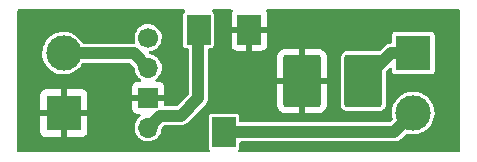
<source format=gbl>
G04 #@! TF.GenerationSoftware,KiCad,Pcbnew,(6.0.6)*
G04 #@! TF.CreationDate,2022-08-25T08:17:03+02:00*
G04 #@! TF.ProjectId,Stepdown led board,53746570-646f-4776-9e20-6c656420626f,rev?*
G04 #@! TF.SameCoordinates,Original*
G04 #@! TF.FileFunction,Copper,L2,Bot*
G04 #@! TF.FilePolarity,Positive*
%FSLAX46Y46*%
G04 Gerber Fmt 4.6, Leading zero omitted, Abs format (unit mm)*
G04 Created by KiCad (PCBNEW (6.0.6)) date 2022-08-25 08:17:03*
%MOMM*%
%LPD*%
G01*
G04 APERTURE LIST*
G04 Aperture macros list*
%AMRoundRect*
0 Rectangle with rounded corners*
0 $1 Rounding radius*
0 $2 $3 $4 $5 $6 $7 $8 $9 X,Y pos of 4 corners*
0 Add a 4 corners polygon primitive as box body*
4,1,4,$2,$3,$4,$5,$6,$7,$8,$9,$2,$3,0*
0 Add four circle primitives for the rounded corners*
1,1,$1+$1,$2,$3*
1,1,$1+$1,$4,$5*
1,1,$1+$1,$6,$7*
1,1,$1+$1,$8,$9*
0 Add four rect primitives between the rounded corners*
20,1,$1+$1,$2,$3,$4,$5,0*
20,1,$1+$1,$4,$5,$6,$7,0*
20,1,$1+$1,$6,$7,$8,$9,0*
20,1,$1+$1,$8,$9,$2,$3,0*%
G04 Aperture macros list end*
G04 #@! TA.AperFunction,ComponentPad*
%ADD10C,1.700000*%
G04 #@! TD*
G04 #@! TA.AperFunction,ComponentPad*
%ADD11O,1.700000X1.700000*%
G04 #@! TD*
G04 #@! TA.AperFunction,ComponentPad*
%ADD12R,1.700000X1.700000*%
G04 #@! TD*
G04 #@! TA.AperFunction,ComponentPad*
%ADD13R,3.000000X3.000000*%
G04 #@! TD*
G04 #@! TA.AperFunction,ComponentPad*
%ADD14C,3.000000*%
G04 #@! TD*
G04 #@! TA.AperFunction,SMDPad,CuDef*
%ADD15R,2.000000X2.500000*%
G04 #@! TD*
G04 #@! TA.AperFunction,SMDPad,CuDef*
%ADD16RoundRect,0.250000X1.350000X1.975000X-1.350000X1.975000X-1.350000X-1.975000X1.350000X-1.975000X0*%
G04 #@! TD*
G04 #@! TA.AperFunction,Conductor*
%ADD17C,1.000000*%
G04 #@! TD*
G04 APERTURE END LIST*
D10*
X31703356Y-25558197D03*
D11*
X31703356Y-28098197D03*
D12*
X31703356Y-30638197D03*
D11*
X31703356Y-33178197D03*
D13*
X54145624Y-26861402D03*
D14*
X54145624Y-31941402D03*
D13*
X24541828Y-31950743D03*
D14*
X24541828Y-26870743D03*
D15*
X40268980Y-24893261D03*
X38118980Y-33543261D03*
X35968980Y-24893261D03*
D16*
X49917256Y-29232905D03*
X44717256Y-29232905D03*
D17*
X30475902Y-26870743D02*
X31703356Y-28098197D01*
X24541828Y-26870743D02*
X30475902Y-26870743D01*
X38118980Y-33543261D02*
X52543765Y-33543261D01*
X52543765Y-33543261D02*
X54145624Y-31941402D01*
X35950000Y-30677938D02*
X35950000Y-25080335D01*
X32711606Y-32169947D02*
X34457991Y-32169947D01*
X34457991Y-32169947D02*
X35950000Y-30677938D01*
X31703356Y-33178197D02*
X32711606Y-32169947D01*
X49917256Y-29232905D02*
X52288759Y-26861402D01*
X52288759Y-26861402D02*
X54145624Y-26861402D01*
G04 #@! TA.AperFunction,Conductor*
G36*
X34797771Y-23180502D02*
G01*
X34844264Y-23234158D01*
X34854368Y-23304432D01*
X34824874Y-23369012D01*
X34803957Y-23387711D01*
X34795827Y-23391322D01*
X34716739Y-23470548D01*
X34671474Y-23572934D01*
X34668480Y-23598615D01*
X34668480Y-26187907D01*
X34671598Y-26214107D01*
X34675436Y-26222747D01*
X34675436Y-26222748D01*
X34691761Y-26259500D01*
X34717041Y-26316414D01*
X34796267Y-26395502D01*
X34806904Y-26400205D01*
X34806906Y-26400206D01*
X34866442Y-26426526D01*
X34898653Y-26440767D01*
X34924334Y-26443761D01*
X35023500Y-26443761D01*
X35091621Y-26463763D01*
X35138114Y-26517419D01*
X35149500Y-26569761D01*
X35149500Y-30294170D01*
X35129498Y-30362291D01*
X35112595Y-30383265D01*
X34163318Y-31332542D01*
X34101006Y-31366568D01*
X34074223Y-31369447D01*
X33187356Y-31369447D01*
X33119235Y-31349445D01*
X33072742Y-31295789D01*
X33061356Y-31243447D01*
X33061356Y-30910312D01*
X33056881Y-30895073D01*
X33055491Y-30893868D01*
X33047808Y-30892197D01*
X30363472Y-30892197D01*
X30348233Y-30896672D01*
X30347028Y-30898062D01*
X30345357Y-30905745D01*
X30345357Y-31532866D01*
X30345727Y-31539687D01*
X30351251Y-31590549D01*
X30354877Y-31605801D01*
X30400032Y-31726251D01*
X30408570Y-31741846D01*
X30485071Y-31843921D01*
X30497632Y-31856482D01*
X30599707Y-31932983D01*
X30615302Y-31941521D01*
X30735750Y-31986675D01*
X30751005Y-31990302D01*
X30801870Y-31995828D01*
X30808684Y-31996197D01*
X30981561Y-31996197D01*
X31049682Y-32016199D01*
X31096175Y-32069855D01*
X31106279Y-32140129D01*
X31076785Y-32204709D01*
X31045984Y-32230482D01*
X31024212Y-32243435D01*
X30865237Y-32382852D01*
X30734332Y-32548905D01*
X30731643Y-32554016D01*
X30731641Y-32554019D01*
X30729054Y-32558936D01*
X30635879Y-32736033D01*
X30573176Y-32937970D01*
X30548323Y-33147951D01*
X30562152Y-33358946D01*
X30563573Y-33364542D01*
X30563574Y-33364547D01*
X30586140Y-33453397D01*
X30614201Y-33563887D01*
X30616618Y-33569130D01*
X30671785Y-33688797D01*
X30702725Y-33755911D01*
X30824761Y-33928588D01*
X30841809Y-33945195D01*
X30947373Y-34048031D01*
X30976221Y-34076134D01*
X30981017Y-34079339D01*
X30981020Y-34079341D01*
X31080489Y-34145804D01*
X31152033Y-34193608D01*
X31157341Y-34195889D01*
X31157342Y-34195889D01*
X31341006Y-34274797D01*
X31341009Y-34274798D01*
X31346309Y-34277075D01*
X31351938Y-34278349D01*
X31351939Y-34278349D01*
X31546906Y-34322466D01*
X31546909Y-34322466D01*
X31552542Y-34323741D01*
X31558313Y-34323968D01*
X31558315Y-34323968D01*
X31620345Y-34326405D01*
X31763826Y-34332043D01*
X31769535Y-34331215D01*
X31769539Y-34331215D01*
X31967371Y-34302530D01*
X31967375Y-34302529D01*
X31973086Y-34301701D01*
X32078223Y-34266012D01*
X32167839Y-34235592D01*
X32167844Y-34235590D01*
X32173311Y-34233734D01*
X32178354Y-34230910D01*
X32352751Y-34133243D01*
X32352755Y-34133240D01*
X32357798Y-34130416D01*
X32520368Y-33995209D01*
X32655575Y-33832639D01*
X32658399Y-33827596D01*
X32658402Y-33827592D01*
X32756069Y-33653195D01*
X32756070Y-33653193D01*
X32758893Y-33648152D01*
X32760749Y-33642685D01*
X32760751Y-33642680D01*
X32825003Y-33453397D01*
X32826860Y-33447927D01*
X32857202Y-33238667D01*
X32858097Y-33204469D01*
X32879875Y-33136896D01*
X32894959Y-33118672D01*
X33006279Y-33007352D01*
X33068591Y-32973326D01*
X33095374Y-32970447D01*
X34448908Y-32970447D01*
X34450229Y-32970454D01*
X34539398Y-32971388D01*
X34581287Y-32962331D01*
X34593861Y-32960272D01*
X34608468Y-32958633D01*
X34629467Y-32956278D01*
X34629469Y-32956277D01*
X34636463Y-32955493D01*
X34667750Y-32944597D01*
X34682555Y-32940436D01*
X34708052Y-32934924D01*
X34708055Y-32934923D01*
X34714933Y-32933436D01*
X34753790Y-32915317D01*
X34765573Y-32910533D01*
X34806064Y-32896432D01*
X34834158Y-32878877D01*
X34847673Y-32871539D01*
X34877698Y-32857538D01*
X34911558Y-32831273D01*
X34922015Y-32823978D01*
X34952391Y-32804997D01*
X34952394Y-32804995D01*
X34958366Y-32801263D01*
X34986884Y-32772944D01*
X34987506Y-32772362D01*
X34988168Y-32771848D01*
X35014028Y-32745988D01*
X35085798Y-32674717D01*
X35086450Y-32673690D01*
X35087534Y-32672482D01*
X36505016Y-31255000D01*
X42609257Y-31255000D01*
X42609594Y-31261519D01*
X42619513Y-31357111D01*
X42622405Y-31370505D01*
X42673844Y-31524689D01*
X42680017Y-31537867D01*
X42765319Y-31675712D01*
X42774355Y-31687113D01*
X42889085Y-31801644D01*
X42900496Y-31810656D01*
X43038499Y-31895721D01*
X43051680Y-31901868D01*
X43205966Y-31953043D01*
X43219342Y-31955910D01*
X43313694Y-31965577D01*
X43320110Y-31965905D01*
X44445141Y-31965905D01*
X44460380Y-31961430D01*
X44461585Y-31960040D01*
X44463256Y-31952357D01*
X44463256Y-31947789D01*
X44971256Y-31947789D01*
X44975731Y-31963028D01*
X44977121Y-31964233D01*
X44984804Y-31965904D01*
X46114351Y-31965904D01*
X46120870Y-31965567D01*
X46216462Y-31955648D01*
X46229856Y-31952756D01*
X46384040Y-31901317D01*
X46397218Y-31895144D01*
X46535063Y-31809842D01*
X46546464Y-31800806D01*
X46660995Y-31686076D01*
X46670007Y-31674665D01*
X46755072Y-31536662D01*
X46761219Y-31523481D01*
X46812394Y-31369195D01*
X46815261Y-31355819D01*
X46824928Y-31261467D01*
X46825256Y-31255051D01*
X46825256Y-31250677D01*
X48016756Y-31250677D01*
X48027620Y-31340452D01*
X48030600Y-31347980D01*
X48030601Y-31347982D01*
X48050337Y-31397830D01*
X48083143Y-31480688D01*
X48174334Y-31600827D01*
X48294473Y-31692018D01*
X48358088Y-31717205D01*
X48427179Y-31744560D01*
X48427181Y-31744561D01*
X48434709Y-31747541D01*
X48524484Y-31758405D01*
X51310028Y-31758405D01*
X51399803Y-31747541D01*
X51407331Y-31744561D01*
X51407333Y-31744560D01*
X51476424Y-31717205D01*
X51540039Y-31692018D01*
X51660178Y-31600827D01*
X51751369Y-31480688D01*
X51784175Y-31397830D01*
X51803911Y-31347982D01*
X51803912Y-31347980D01*
X51806892Y-31340452D01*
X51817756Y-31250677D01*
X51817756Y-28516673D01*
X51837758Y-28448552D01*
X51854661Y-28427578D01*
X52130029Y-28152210D01*
X52192341Y-28118184D01*
X52263156Y-28123249D01*
X52319992Y-28165796D01*
X52344803Y-28232316D01*
X52345124Y-28241305D01*
X52345124Y-28406048D01*
X52348242Y-28432248D01*
X52393685Y-28534555D01*
X52472911Y-28613643D01*
X52483548Y-28618346D01*
X52483550Y-28618347D01*
X52543086Y-28644667D01*
X52575297Y-28658908D01*
X52600978Y-28661902D01*
X55690270Y-28661902D01*
X55693974Y-28661461D01*
X55693977Y-28661461D01*
X55701370Y-28660581D01*
X55716470Y-28658784D01*
X55743973Y-28646568D01*
X55808142Y-28618065D01*
X55818777Y-28613341D01*
X55897865Y-28534115D01*
X55905577Y-28516673D01*
X55928889Y-28463940D01*
X55943130Y-28431729D01*
X55946124Y-28406048D01*
X55946124Y-25316756D01*
X55945673Y-25312962D01*
X55944123Y-25299943D01*
X55943006Y-25290556D01*
X55897563Y-25188249D01*
X55859385Y-25150137D01*
X55848174Y-25138946D01*
X55818337Y-25109161D01*
X55807700Y-25104458D01*
X55807698Y-25104457D01*
X55736127Y-25072816D01*
X55715951Y-25063896D01*
X55690270Y-25060902D01*
X52600978Y-25060902D01*
X52597274Y-25061343D01*
X52597271Y-25061343D01*
X52589878Y-25062223D01*
X52574778Y-25064020D01*
X52566138Y-25067858D01*
X52566137Y-25067858D01*
X52483106Y-25104739D01*
X52472471Y-25109463D01*
X52393383Y-25188689D01*
X52348118Y-25291075D01*
X52345124Y-25316756D01*
X52345124Y-25934077D01*
X52325122Y-26002198D01*
X52271466Y-26048691D01*
X52221401Y-26059309D01*
X52221402Y-26059323D01*
X52221268Y-26059337D01*
X52217810Y-26060070D01*
X52214397Y-26060034D01*
X52214390Y-26060035D01*
X52207352Y-26059961D01*
X52200470Y-26061449D01*
X52200469Y-26061449D01*
X52165457Y-26069018D01*
X52152879Y-26071078D01*
X52117281Y-26075071D01*
X52117277Y-26075072D01*
X52110287Y-26075856D01*
X52103638Y-26078171D01*
X52103635Y-26078172D01*
X52079006Y-26086748D01*
X52064199Y-26090910D01*
X52031817Y-26097912D01*
X51992965Y-26116029D01*
X51981165Y-26120821D01*
X51940686Y-26134917D01*
X51919918Y-26147895D01*
X51912597Y-26152469D01*
X51899077Y-26159810D01*
X51869052Y-26173811D01*
X51835183Y-26200083D01*
X51824740Y-26207368D01*
X51788384Y-26230086D01*
X51783387Y-26235048D01*
X51783386Y-26235049D01*
X51759867Y-26258404D01*
X51759245Y-26258986D01*
X51758583Y-26259500D01*
X51732722Y-26285361D01*
X51660952Y-26356632D01*
X51660300Y-26357659D01*
X51659216Y-26358867D01*
X51347583Y-26670500D01*
X51285271Y-26704526D01*
X51258488Y-26707405D01*
X48524484Y-26707405D01*
X48434709Y-26718269D01*
X48427181Y-26721249D01*
X48427179Y-26721250D01*
X48412904Y-26726902D01*
X48294473Y-26773792D01*
X48174334Y-26864983D01*
X48083143Y-26985122D01*
X48079981Y-26993109D01*
X48034216Y-27108699D01*
X48027620Y-27125358D01*
X48016756Y-27215133D01*
X48016756Y-31250677D01*
X46825256Y-31250677D01*
X46825256Y-29505020D01*
X46820781Y-29489781D01*
X46819391Y-29488576D01*
X46811708Y-29486905D01*
X44989371Y-29486905D01*
X44974132Y-29491380D01*
X44972927Y-29492770D01*
X44971256Y-29500453D01*
X44971256Y-31947789D01*
X44463256Y-31947789D01*
X44463256Y-29505020D01*
X44458781Y-29489781D01*
X44457391Y-29488576D01*
X44449708Y-29486905D01*
X42627372Y-29486905D01*
X42612133Y-29491380D01*
X42610928Y-29492770D01*
X42609257Y-29500453D01*
X42609257Y-31255000D01*
X36505016Y-31255000D01*
X36509559Y-31250457D01*
X36510497Y-31249528D01*
X36516707Y-31243447D01*
X36574268Y-31187079D01*
X36597498Y-31151034D01*
X36604917Y-31140709D01*
X36631663Y-31107204D01*
X36634728Y-31100864D01*
X36646079Y-31077385D01*
X36653605Y-31063974D01*
X36667737Y-31042045D01*
X36667739Y-31042040D01*
X36671554Y-31036121D01*
X36686216Y-30995839D01*
X36691170Y-30984109D01*
X36709827Y-30945516D01*
X36713852Y-30928084D01*
X36717279Y-30913238D01*
X36721646Y-30898494D01*
X36732978Y-30867360D01*
X36738352Y-30824818D01*
X36740582Y-30812302D01*
X36750226Y-30770528D01*
X36750367Y-30730356D01*
X36750396Y-30729483D01*
X36750500Y-30728655D01*
X36750500Y-30692047D01*
X36750853Y-30590938D01*
X36750587Y-30589750D01*
X36750500Y-30588138D01*
X36750500Y-28960790D01*
X42609256Y-28960790D01*
X42613731Y-28976029D01*
X42615121Y-28977234D01*
X42622804Y-28978905D01*
X44445141Y-28978905D01*
X44460380Y-28974430D01*
X44461585Y-28973040D01*
X44463256Y-28965357D01*
X44463256Y-28960790D01*
X44971256Y-28960790D01*
X44975731Y-28976029D01*
X44977121Y-28977234D01*
X44984804Y-28978905D01*
X46807140Y-28978905D01*
X46822379Y-28974430D01*
X46823584Y-28973040D01*
X46825255Y-28965357D01*
X46825255Y-27210810D01*
X46824918Y-27204291D01*
X46814999Y-27108699D01*
X46812107Y-27095305D01*
X46760668Y-26941121D01*
X46754495Y-26927943D01*
X46669193Y-26790098D01*
X46660157Y-26778697D01*
X46545427Y-26664166D01*
X46534016Y-26655154D01*
X46396013Y-26570089D01*
X46382832Y-26563942D01*
X46228546Y-26512767D01*
X46215170Y-26509900D01*
X46120818Y-26500233D01*
X46114401Y-26499905D01*
X44989371Y-26499905D01*
X44974132Y-26504380D01*
X44972927Y-26505770D01*
X44971256Y-26513453D01*
X44971256Y-28960790D01*
X44463256Y-28960790D01*
X44463256Y-26518021D01*
X44458781Y-26502782D01*
X44457391Y-26501577D01*
X44449708Y-26499906D01*
X43320161Y-26499906D01*
X43313642Y-26500243D01*
X43218050Y-26510162D01*
X43204656Y-26513054D01*
X43050472Y-26564493D01*
X43037294Y-26570666D01*
X42899449Y-26655968D01*
X42888048Y-26665004D01*
X42773517Y-26779734D01*
X42764505Y-26791145D01*
X42679440Y-26929148D01*
X42673293Y-26942329D01*
X42622118Y-27096615D01*
X42619251Y-27109989D01*
X42609584Y-27204343D01*
X42609256Y-27210760D01*
X42609256Y-28960790D01*
X36750500Y-28960790D01*
X36750500Y-26569761D01*
X36770502Y-26501640D01*
X36824158Y-26455147D01*
X36876500Y-26443761D01*
X37013626Y-26443761D01*
X37017330Y-26443320D01*
X37017333Y-26443320D01*
X37024726Y-26442440D01*
X37039826Y-26440643D01*
X37142133Y-26395200D01*
X37166520Y-26370771D01*
X37213003Y-26324206D01*
X37221221Y-26315974D01*
X37231149Y-26293519D01*
X37262655Y-26222253D01*
X37266486Y-26213588D01*
X37269477Y-26187930D01*
X38760981Y-26187930D01*
X38761351Y-26194751D01*
X38766875Y-26245613D01*
X38770501Y-26260865D01*
X38815656Y-26381315D01*
X38824194Y-26396910D01*
X38900695Y-26498985D01*
X38913256Y-26511546D01*
X39015331Y-26588047D01*
X39030926Y-26596585D01*
X39151374Y-26641739D01*
X39166629Y-26645366D01*
X39217494Y-26650892D01*
X39224308Y-26651261D01*
X39996865Y-26651261D01*
X40012104Y-26646786D01*
X40013309Y-26645396D01*
X40014980Y-26637713D01*
X40014980Y-26633145D01*
X40522980Y-26633145D01*
X40527455Y-26648384D01*
X40528845Y-26649589D01*
X40536528Y-26651260D01*
X41313649Y-26651260D01*
X41320470Y-26650890D01*
X41371332Y-26645366D01*
X41386584Y-26641740D01*
X41507034Y-26596585D01*
X41522629Y-26588047D01*
X41624704Y-26511546D01*
X41637265Y-26498985D01*
X41713766Y-26396910D01*
X41722304Y-26381315D01*
X41767458Y-26260867D01*
X41771085Y-26245612D01*
X41776611Y-26194747D01*
X41776980Y-26187933D01*
X41776980Y-25165376D01*
X41772505Y-25150137D01*
X41771115Y-25148932D01*
X41763432Y-25147261D01*
X40541095Y-25147261D01*
X40525856Y-25151736D01*
X40524651Y-25153126D01*
X40522980Y-25160809D01*
X40522980Y-26633145D01*
X40014980Y-26633145D01*
X40014980Y-25165376D01*
X40010505Y-25150137D01*
X40009115Y-25148932D01*
X40001432Y-25147261D01*
X38779096Y-25147261D01*
X38763857Y-25151736D01*
X38762652Y-25153126D01*
X38760981Y-25160809D01*
X38760981Y-26187930D01*
X37269477Y-26187930D01*
X37269480Y-26187907D01*
X37269480Y-23598615D01*
X37266362Y-23572415D01*
X37220919Y-23470108D01*
X37155905Y-23405207D01*
X37149927Y-23399239D01*
X37149925Y-23399238D01*
X37141693Y-23391020D01*
X37135233Y-23388164D01*
X37092205Y-23335475D01*
X37084156Y-23264936D01*
X37115521Y-23201244D01*
X37176342Y-23164619D01*
X37208297Y-23160500D01*
X38744014Y-23160500D01*
X38812135Y-23180502D01*
X38858628Y-23234158D01*
X38868732Y-23304432D01*
X38844840Y-23362066D01*
X38824192Y-23389617D01*
X38815656Y-23405207D01*
X38770502Y-23525655D01*
X38766875Y-23540910D01*
X38761349Y-23591775D01*
X38760980Y-23598589D01*
X38760980Y-24621146D01*
X38765455Y-24636385D01*
X38766845Y-24637590D01*
X38774528Y-24639261D01*
X41758864Y-24639261D01*
X41774103Y-24634786D01*
X41775308Y-24633396D01*
X41776979Y-24625713D01*
X41776979Y-23598592D01*
X41776609Y-23591771D01*
X41771085Y-23540909D01*
X41767459Y-23525657D01*
X41722304Y-23405207D01*
X41713768Y-23389617D01*
X41693120Y-23362066D01*
X41668272Y-23295559D01*
X41683325Y-23226177D01*
X41733499Y-23175946D01*
X41793946Y-23160500D01*
X57993500Y-23160500D01*
X58061621Y-23180502D01*
X58108114Y-23234158D01*
X58119500Y-23286500D01*
X58119500Y-35133500D01*
X58099498Y-35201621D01*
X58045842Y-35248114D01*
X57993500Y-35259500D01*
X39382023Y-35259500D01*
X39313902Y-35239498D01*
X39267409Y-35185842D01*
X39257305Y-35115568D01*
X39286799Y-35050988D01*
X39292850Y-35044482D01*
X39363003Y-34974206D01*
X39371221Y-34965974D01*
X39416486Y-34863588D01*
X39419480Y-34837907D01*
X39419480Y-34469761D01*
X39439482Y-34401640D01*
X39493138Y-34355147D01*
X39545480Y-34343761D01*
X52534682Y-34343761D01*
X52536003Y-34343768D01*
X52625172Y-34344702D01*
X52667061Y-34335645D01*
X52679635Y-34333586D01*
X52694242Y-34331947D01*
X52715241Y-34329592D01*
X52715243Y-34329591D01*
X52722237Y-34328807D01*
X52753524Y-34317911D01*
X52768329Y-34313750D01*
X52793826Y-34308238D01*
X52793829Y-34308237D01*
X52800707Y-34306750D01*
X52839564Y-34288631D01*
X52851347Y-34283847D01*
X52891838Y-34269746D01*
X52919932Y-34252191D01*
X52933447Y-34244853D01*
X52963472Y-34230852D01*
X52997332Y-34204587D01*
X53007789Y-34197292D01*
X53038165Y-34178311D01*
X53038168Y-34178309D01*
X53044140Y-34174577D01*
X53072658Y-34146258D01*
X53073280Y-34145676D01*
X53073942Y-34145162D01*
X53099802Y-34119302D01*
X53171572Y-34048031D01*
X53172224Y-34047004D01*
X53173308Y-34045796D01*
X53515169Y-33703935D01*
X53577481Y-33669909D01*
X53645803Y-33674075D01*
X53678314Y-33685428D01*
X53941230Y-33735345D01*
X54068240Y-33740335D01*
X54203969Y-33745668D01*
X54203974Y-33745668D01*
X54208637Y-33745851D01*
X54304567Y-33735345D01*
X54470006Y-33717227D01*
X54470011Y-33717226D01*
X54474659Y-33716717D01*
X54521473Y-33704392D01*
X54728933Y-33649772D01*
X54733453Y-33648582D01*
X54920202Y-33568349D01*
X54975031Y-33544793D01*
X54975034Y-33544791D01*
X54979334Y-33542944D01*
X54983314Y-33540481D01*
X54983318Y-33540479D01*
X55202926Y-33404581D01*
X55202930Y-33404578D01*
X55206899Y-33402122D01*
X55411150Y-33229211D01*
X55477357Y-33153717D01*
X55584518Y-33031524D01*
X55584522Y-33031519D01*
X55587600Y-33028009D01*
X55624020Y-32971388D01*
X55729843Y-32806867D01*
X55729846Y-32806862D01*
X55732371Y-32802936D01*
X55842285Y-32558936D01*
X55854364Y-32516106D01*
X55913656Y-32305875D01*
X55913657Y-32305872D01*
X55914926Y-32301371D01*
X55921172Y-32252278D01*
X55948301Y-32039027D01*
X55948301Y-32039023D01*
X55948699Y-32035897D01*
X55948950Y-32026330D01*
X55950531Y-31965905D01*
X55951173Y-31941402D01*
X55948008Y-31898810D01*
X55931688Y-31679190D01*
X55931687Y-31679186D01*
X55931341Y-31674525D01*
X55920785Y-31627872D01*
X55897163Y-31523481D01*
X55872279Y-31413511D01*
X55853095Y-31364178D01*
X55776979Y-31168446D01*
X55776978Y-31168444D01*
X55775286Y-31164093D01*
X55761914Y-31140696D01*
X55679123Y-30995843D01*
X55642492Y-30931752D01*
X55476814Y-30721591D01*
X55281893Y-30538227D01*
X55062009Y-30385688D01*
X55057096Y-30383265D01*
X54826183Y-30269391D01*
X54826180Y-30269390D01*
X54821995Y-30267326D01*
X54567121Y-30185740D01*
X54421758Y-30162067D01*
X54307600Y-30143475D01*
X54307599Y-30143475D01*
X54302988Y-30142724D01*
X54169193Y-30140972D01*
X54040075Y-30139282D01*
X54040072Y-30139282D01*
X54035398Y-30139221D01*
X53770229Y-30175309D01*
X53765742Y-30176617D01*
X53765741Y-30176617D01*
X53734441Y-30185740D01*
X53513307Y-30250194D01*
X53509054Y-30252154D01*
X53509053Y-30252155D01*
X53457136Y-30276089D01*
X53270276Y-30362233D01*
X53234501Y-30385688D01*
X53050388Y-30506398D01*
X53050383Y-30506402D01*
X53046475Y-30508964D01*
X52846821Y-30687162D01*
X52675699Y-30892914D01*
X52673276Y-30896907D01*
X52542328Y-31112703D01*
X52536868Y-31121700D01*
X52535061Y-31126008D01*
X52535061Y-31126009D01*
X52438152Y-31357111D01*
X52433379Y-31368493D01*
X52432228Y-31373025D01*
X52432227Y-31373028D01*
X52373110Y-31605801D01*
X52367505Y-31627872D01*
X52340694Y-31894138D01*
X52340918Y-31898805D01*
X52340918Y-31898810D01*
X52342813Y-31938252D01*
X52353533Y-32161443D01*
X52405742Y-32423914D01*
X52407320Y-32428309D01*
X52411848Y-32440921D01*
X52416042Y-32511794D01*
X52382355Y-32572593D01*
X52249092Y-32705856D01*
X52186780Y-32739882D01*
X52159997Y-32742761D01*
X39545480Y-32742761D01*
X39477359Y-32722759D01*
X39430866Y-32669103D01*
X39419480Y-32616761D01*
X39419480Y-32248615D01*
X39416362Y-32222415D01*
X39408513Y-32204743D01*
X39375643Y-32130743D01*
X39370919Y-32120108D01*
X39291693Y-32041020D01*
X39281056Y-32036317D01*
X39281054Y-32036316D01*
X39221518Y-32009996D01*
X39189307Y-31995755D01*
X39163626Y-31992761D01*
X37074334Y-31992761D01*
X37070630Y-31993202D01*
X37070627Y-31993202D01*
X37063234Y-31994082D01*
X37048134Y-31995879D01*
X36945827Y-32041322D01*
X36866739Y-32120548D01*
X36862036Y-32131185D01*
X36862035Y-32131187D01*
X36858082Y-32140129D01*
X36821474Y-32222934D01*
X36818480Y-32248615D01*
X36818480Y-34837907D01*
X36821598Y-34864107D01*
X36867041Y-34966414D01*
X36875274Y-34974633D01*
X36875275Y-34974634D01*
X36945090Y-35044327D01*
X36979169Y-35106609D01*
X36974166Y-35177430D01*
X36931669Y-35234302D01*
X36865170Y-35259171D01*
X36856072Y-35259500D01*
X20746500Y-35259500D01*
X20678379Y-35239498D01*
X20631886Y-35185842D01*
X20620500Y-35133500D01*
X20620500Y-33495412D01*
X22533829Y-33495412D01*
X22534199Y-33502233D01*
X22539723Y-33553095D01*
X22543349Y-33568347D01*
X22588504Y-33688797D01*
X22597042Y-33704392D01*
X22673543Y-33806467D01*
X22686104Y-33819028D01*
X22788179Y-33895529D01*
X22803774Y-33904067D01*
X22924222Y-33949221D01*
X22939477Y-33952848D01*
X22990342Y-33958374D01*
X22997156Y-33958743D01*
X24269713Y-33958743D01*
X24284952Y-33954268D01*
X24286157Y-33952878D01*
X24287828Y-33945195D01*
X24287828Y-33940627D01*
X24795828Y-33940627D01*
X24800303Y-33955866D01*
X24801693Y-33957071D01*
X24809376Y-33958742D01*
X26086497Y-33958742D01*
X26093318Y-33958372D01*
X26144180Y-33952848D01*
X26159432Y-33949222D01*
X26279882Y-33904067D01*
X26295477Y-33895529D01*
X26397552Y-33819028D01*
X26410113Y-33806467D01*
X26486614Y-33704392D01*
X26495152Y-33688797D01*
X26540306Y-33568349D01*
X26543933Y-33553094D01*
X26549459Y-33502229D01*
X26549828Y-33495415D01*
X26549828Y-32222858D01*
X26545353Y-32207619D01*
X26543963Y-32206414D01*
X26536280Y-32204743D01*
X24813943Y-32204743D01*
X24798704Y-32209218D01*
X24797499Y-32210608D01*
X24795828Y-32218291D01*
X24795828Y-33940627D01*
X24287828Y-33940627D01*
X24287828Y-32222858D01*
X24283353Y-32207619D01*
X24281963Y-32206414D01*
X24274280Y-32204743D01*
X22551944Y-32204743D01*
X22536705Y-32209218D01*
X22535500Y-32210608D01*
X22533829Y-32218291D01*
X22533829Y-33495412D01*
X20620500Y-33495412D01*
X20620500Y-31678628D01*
X22533828Y-31678628D01*
X22538303Y-31693867D01*
X22539693Y-31695072D01*
X22547376Y-31696743D01*
X24269713Y-31696743D01*
X24284952Y-31692268D01*
X24286157Y-31690878D01*
X24287828Y-31683195D01*
X24287828Y-31678628D01*
X24795828Y-31678628D01*
X24800303Y-31693867D01*
X24801693Y-31695072D01*
X24809376Y-31696743D01*
X26531712Y-31696743D01*
X26546951Y-31692268D01*
X26548156Y-31690878D01*
X26549827Y-31683195D01*
X26549827Y-30406074D01*
X26549457Y-30399253D01*
X26543933Y-30348391D01*
X26540307Y-30333139D01*
X26495152Y-30212689D01*
X26486614Y-30197094D01*
X26410113Y-30095019D01*
X26397552Y-30082458D01*
X26295477Y-30005957D01*
X26279882Y-29997419D01*
X26159434Y-29952265D01*
X26144179Y-29948638D01*
X26093314Y-29943112D01*
X26086500Y-29942743D01*
X24813943Y-29942743D01*
X24798704Y-29947218D01*
X24797499Y-29948608D01*
X24795828Y-29956291D01*
X24795828Y-31678628D01*
X24287828Y-31678628D01*
X24287828Y-29960859D01*
X24283353Y-29945620D01*
X24281963Y-29944415D01*
X24274280Y-29942744D01*
X22997159Y-29942744D01*
X22990338Y-29943114D01*
X22939476Y-29948638D01*
X22924224Y-29952264D01*
X22803774Y-29997419D01*
X22788179Y-30005957D01*
X22686104Y-30082458D01*
X22673543Y-30095019D01*
X22597042Y-30197094D01*
X22588504Y-30212689D01*
X22543350Y-30333137D01*
X22539723Y-30348392D01*
X22534197Y-30399257D01*
X22533828Y-30406071D01*
X22533828Y-31678628D01*
X20620500Y-31678628D01*
X20620500Y-26823479D01*
X22736898Y-26823479D01*
X22737122Y-26828146D01*
X22737122Y-26828151D01*
X22742844Y-26947270D01*
X22749737Y-27090784D01*
X22801946Y-27353255D01*
X22892377Y-27605126D01*
X23019043Y-27840864D01*
X23021838Y-27844607D01*
X23021840Y-27844610D01*
X23106027Y-27957350D01*
X23179163Y-28055290D01*
X23182470Y-28058568D01*
X23182475Y-28058574D01*
X23290638Y-28165796D01*
X23369218Y-28243693D01*
X23585033Y-28401935D01*
X23589168Y-28404111D01*
X23589172Y-28404113D01*
X23718746Y-28472285D01*
X23821867Y-28526540D01*
X23826286Y-28528083D01*
X24070101Y-28613227D01*
X24070107Y-28613229D01*
X24074518Y-28614769D01*
X24079111Y-28615641D01*
X24320448Y-28661461D01*
X24337434Y-28664686D01*
X24464444Y-28669676D01*
X24600173Y-28675009D01*
X24600178Y-28675009D01*
X24604841Y-28675192D01*
X24700771Y-28664686D01*
X24866210Y-28646568D01*
X24866215Y-28646567D01*
X24870863Y-28646058D01*
X24976117Y-28618347D01*
X25125137Y-28579113D01*
X25129657Y-28577923D01*
X25336330Y-28489130D01*
X25371235Y-28474134D01*
X25371238Y-28474132D01*
X25375538Y-28472285D01*
X25379518Y-28469822D01*
X25379522Y-28469820D01*
X25599130Y-28333922D01*
X25599134Y-28333919D01*
X25603103Y-28331463D01*
X25616838Y-28319835D01*
X25803788Y-28161571D01*
X25803789Y-28161570D01*
X25807354Y-28158552D01*
X25842756Y-28118184D01*
X25980722Y-27960865D01*
X25980726Y-27960860D01*
X25983804Y-27957350D01*
X26056321Y-27844610D01*
X26128575Y-27732277D01*
X26129670Y-27732981D01*
X26175638Y-27686797D01*
X26236282Y-27671243D01*
X30092134Y-27671243D01*
X30160255Y-27691245D01*
X30181229Y-27708148D01*
X30515301Y-28042220D01*
X30549327Y-28104532D01*
X30551935Y-28123070D01*
X30562152Y-28278946D01*
X30563573Y-28284542D01*
X30563574Y-28284547D01*
X30598564Y-28422318D01*
X30614201Y-28483887D01*
X30616618Y-28489130D01*
X30632452Y-28523476D01*
X30702725Y-28675911D01*
X30824761Y-28848588D01*
X30828895Y-28852615D01*
X30956820Y-28977234D01*
X30976221Y-28996134D01*
X30981021Y-28999341D01*
X31055988Y-29049433D01*
X31101516Y-29103910D01*
X31110364Y-29174353D01*
X31079722Y-29238397D01*
X31019320Y-29275709D01*
X30985986Y-29280198D01*
X30808687Y-29280198D01*
X30801866Y-29280568D01*
X30751004Y-29286092D01*
X30735752Y-29289718D01*
X30615302Y-29334873D01*
X30599707Y-29343411D01*
X30497632Y-29419912D01*
X30485071Y-29432473D01*
X30408570Y-29534548D01*
X30400032Y-29550143D01*
X30354878Y-29670591D01*
X30351251Y-29685846D01*
X30345725Y-29736711D01*
X30345356Y-29743525D01*
X30345356Y-30366082D01*
X30349831Y-30381321D01*
X30351221Y-30382526D01*
X30358904Y-30384197D01*
X33043240Y-30384197D01*
X33058479Y-30379722D01*
X33059684Y-30378332D01*
X33061355Y-30370649D01*
X33061355Y-29743528D01*
X33060985Y-29736707D01*
X33055461Y-29685845D01*
X33051835Y-29670593D01*
X33006680Y-29550143D01*
X32998142Y-29534548D01*
X32921641Y-29432473D01*
X32909080Y-29419912D01*
X32807005Y-29343411D01*
X32791410Y-29334873D01*
X32670962Y-29289719D01*
X32655707Y-29286092D01*
X32604842Y-29280566D01*
X32598028Y-29280197D01*
X32428317Y-29280197D01*
X32360196Y-29260195D01*
X32313703Y-29206539D01*
X32303599Y-29136265D01*
X32333093Y-29071685D01*
X32355351Y-29051786D01*
X32357798Y-29050416D01*
X32520368Y-28915209D01*
X32655575Y-28752639D01*
X32658399Y-28747596D01*
X32658402Y-28747592D01*
X32756069Y-28573195D01*
X32756070Y-28573193D01*
X32758893Y-28568152D01*
X32760749Y-28562685D01*
X32760751Y-28562680D01*
X32813920Y-28406048D01*
X32826860Y-28367927D01*
X32840599Y-28273178D01*
X32856670Y-28162337D01*
X32856670Y-28162335D01*
X32857202Y-28158667D01*
X32858785Y-28098197D01*
X32839437Y-27887637D01*
X32782042Y-27684128D01*
X32743083Y-27605126D01*
X32691075Y-27499666D01*
X32688521Y-27494487D01*
X32562007Y-27325064D01*
X32431412Y-27204343D01*
X32410978Y-27185454D01*
X32410976Y-27185452D01*
X32406737Y-27181534D01*
X32272149Y-27096615D01*
X32232790Y-27071781D01*
X32232789Y-27071781D01*
X32227910Y-27068702D01*
X32031516Y-26990349D01*
X32025859Y-26989224D01*
X32025853Y-26989222D01*
X31828590Y-26949985D01*
X31765680Y-26917078D01*
X31730548Y-26855383D01*
X31734348Y-26784488D01*
X31775873Y-26726902D01*
X31835090Y-26701710D01*
X31967371Y-26682530D01*
X31967375Y-26682529D01*
X31973086Y-26681701D01*
X32063853Y-26650890D01*
X32167839Y-26615592D01*
X32167844Y-26615590D01*
X32173311Y-26613734D01*
X32203933Y-26596585D01*
X32352751Y-26513243D01*
X32352755Y-26513240D01*
X32357798Y-26510416D01*
X32520368Y-26375209D01*
X32655575Y-26212639D01*
X32658399Y-26207596D01*
X32658402Y-26207592D01*
X32756069Y-26033195D01*
X32756070Y-26033193D01*
X32758893Y-26028152D01*
X32760749Y-26022685D01*
X32760751Y-26022680D01*
X32825003Y-25833397D01*
X32826860Y-25827927D01*
X32857202Y-25618667D01*
X32858785Y-25558197D01*
X32839437Y-25347637D01*
X32782042Y-25144128D01*
X32770909Y-25121551D01*
X32691075Y-24959666D01*
X32688521Y-24954487D01*
X32562007Y-24785064D01*
X32406737Y-24641534D01*
X32227910Y-24528702D01*
X32031516Y-24450349D01*
X32025859Y-24449224D01*
X32025853Y-24449222D01*
X31829798Y-24410225D01*
X31829796Y-24410225D01*
X31824131Y-24409098D01*
X31818356Y-24409022D01*
X31818352Y-24409022D01*
X31712332Y-24407634D01*
X31612702Y-24406330D01*
X31607005Y-24407309D01*
X31607004Y-24407309D01*
X31410006Y-24441159D01*
X31410005Y-24441159D01*
X31404309Y-24442138D01*
X31205931Y-24515324D01*
X31200970Y-24518276D01*
X31200969Y-24518276D01*
X31183445Y-24528702D01*
X31024212Y-24623435D01*
X30865237Y-24762852D01*
X30734332Y-24928905D01*
X30731643Y-24934016D01*
X30731641Y-24934019D01*
X30718148Y-24959666D01*
X30635879Y-25116033D01*
X30610153Y-25198884D01*
X30578774Y-25299943D01*
X30573176Y-25317970D01*
X30548323Y-25527951D01*
X30562152Y-25738946D01*
X30563573Y-25744542D01*
X30563574Y-25744547D01*
X30606409Y-25913206D01*
X30603791Y-25984155D01*
X30563231Y-26042425D01*
X30497606Y-26069516D01*
X30483847Y-26070221D01*
X30392395Y-26069902D01*
X30392392Y-26069902D01*
X30388902Y-26069890D01*
X30387714Y-26070156D01*
X30386102Y-26070243D01*
X26231348Y-26070243D01*
X26163227Y-26050241D01*
X26121955Y-26006766D01*
X26041015Y-25865151D01*
X26038696Y-25861093D01*
X25873018Y-25650932D01*
X25678097Y-25467568D01*
X25458213Y-25315029D01*
X25454022Y-25312962D01*
X25222387Y-25198732D01*
X25222384Y-25198731D01*
X25218199Y-25196667D01*
X25191902Y-25188249D01*
X25063855Y-25147261D01*
X24963325Y-25115081D01*
X24817962Y-25091408D01*
X24703804Y-25072816D01*
X24703803Y-25072816D01*
X24699192Y-25072065D01*
X24565397Y-25070314D01*
X24436279Y-25068623D01*
X24436276Y-25068623D01*
X24431602Y-25068562D01*
X24166433Y-25104650D01*
X24161946Y-25105958D01*
X24161945Y-25105958D01*
X24096202Y-25125120D01*
X23909511Y-25179535D01*
X23905258Y-25181495D01*
X23905257Y-25181496D01*
X23867540Y-25198884D01*
X23666480Y-25291574D01*
X23662571Y-25294137D01*
X23446592Y-25435739D01*
X23446587Y-25435743D01*
X23442679Y-25438305D01*
X23243025Y-25616503D01*
X23071903Y-25822255D01*
X23069480Y-25826248D01*
X22959939Y-26006766D01*
X22933072Y-26051041D01*
X22931265Y-26055349D01*
X22931265Y-26055350D01*
X22844967Y-26261148D01*
X22829583Y-26297834D01*
X22828432Y-26302366D01*
X22828431Y-26302369D01*
X22764861Y-26552676D01*
X22763709Y-26557213D01*
X22763240Y-26561869D01*
X22763240Y-26561870D01*
X22762412Y-26570089D01*
X22736898Y-26823479D01*
X20620500Y-26823479D01*
X20620500Y-23286500D01*
X20640502Y-23218379D01*
X20694158Y-23171886D01*
X20746500Y-23160500D01*
X34729650Y-23160500D01*
X34797771Y-23180502D01*
G37*
G04 #@! TD.AperFunction*
M02*

</source>
